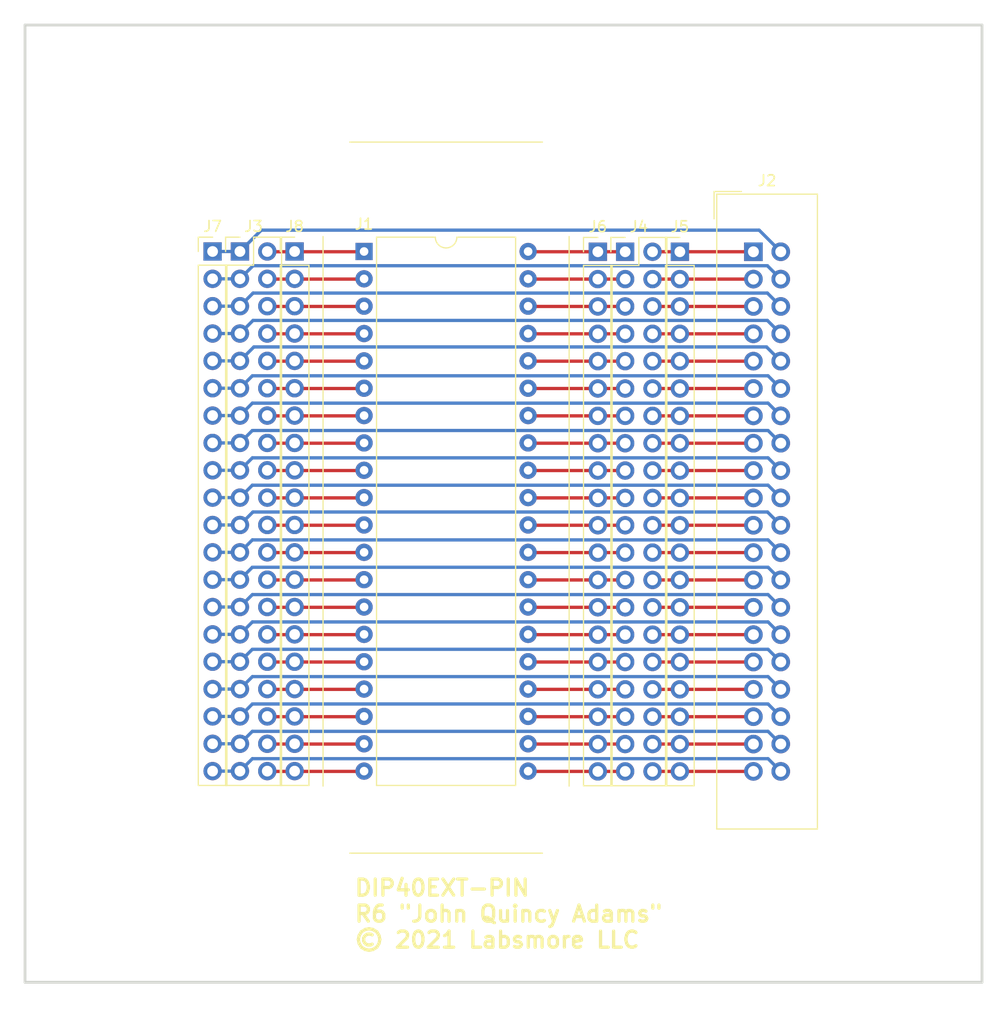
<source format=kicad_pcb>
(kicad_pcb (version 20210824) (generator pcbnew)
  (layers (0 "F.Cu" signal) (31 "B.Cu" signal) (34 "B.Paste" user) (35 "F.Paste" user) (36 "B.SilkS" user "B.Silkscreen") (37 "F.SilkS" user "F.Silkscreen") (38 "B.Mask" user) (39 "F.Mask" user) (44 "Edge.Cuts" user))
  (net 0 "")
  (net 1 "/P1")
  (net 2 "/P21")
  (net 3 "/P2")
  (net 4 "/P22")
  (net 5 "/P3")
  (net 6 "/P23")
  (net 7 "/P4")
  (net 8 "/P24")
  (net 9 "/P5")
  (net 10 "/P25")
  (net 11 "/P6")
  (net 12 "/P26")
  (net 13 "/P7")
  (net 14 "/P27")
  (net 15 "/P8")
  (net 16 "/P28")
  (net 17 "/P9")
  (net 18 "/P29")
  (net 19 "/P10")
  (net 20 "/P30")
  (net 21 "/P11")
  (net 22 "/P31")
  (net 23 "/P12")
  (net 24 "/P32")
  (net 25 "/P13")
  (net 26 "/P33")
  (net 27 "/P14")
  (net 28 "/P34")
  (net 29 "/P15")
  (net 30 "/P35")
  (net 31 "/P16")
  (net 32 "/P36")
  (net 33 "/P17")
  (net 34 "/P37")
  (net 35 "/P18")
  (net 36 "/P38")
  (net 37 "/P19")
  (net 38 "/P39")
  (net 39 "/P20")
  (net 40 "/P40")
  (net 41 "Net-(J1-Pad1)")
  (net 42 "Net-(J1-Pad21)")
  (net 43 "Net-(J1-Pad2)")
  (net 44 "Net-(J1-Pad22)")
  (net 45 "Net-(J1-Pad3)")
  (net 46 "Net-(J1-Pad23)")
  (net 47 "Net-(J1-Pad4)")
  (net 48 "Net-(J1-Pad24)")
  (net 49 "Net-(J1-Pad5)")
  (net 50 "Net-(J1-Pad25)")
  (net 51 "Net-(J1-Pad6)")
  (net 52 "Net-(J1-Pad26)")
  (net 53 "Net-(J1-Pad7)")
  (net 54 "Net-(J1-Pad27)")
  (net 55 "Net-(J1-Pad8)")
  (net 56 "Net-(J1-Pad28)")
  (net 57 "Net-(J1-Pad9)")
  (net 58 "Net-(J1-Pad29)")
  (net 59 "Net-(J1-Pad10)")
  (net 60 "Net-(J1-Pad30)")
  (net 61 "Net-(J1-Pad11)")
  (net 62 "Net-(J1-Pad31)")
  (net 63 "Net-(J1-Pad12)")
  (net 64 "Net-(J1-Pad32)")
  (net 65 "Net-(J1-Pad13)")
  (net 66 "Net-(J1-Pad33)")
  (net 67 "Net-(J1-Pad14)")
  (net 68 "Net-(J1-Pad34)")
  (net 69 "Net-(J1-Pad15)")
  (net 70 "Net-(J1-Pad35)")
  (net 71 "Net-(J1-Pad16)")
  (net 72 "Net-(J1-Pad36)")
  (net 73 "Net-(J1-Pad17)")
  (net 74 "Net-(J1-Pad37)")
  (net 75 "Net-(J1-Pad18)")
  (net 76 "Net-(J1-Pad38)")
  (net 77 "Net-(J1-Pad19)")
  (net 78 "Net-(J1-Pad39)")
  (net 79 "Net-(J1-Pad20)")
  (net 80 "Net-(J1-Pad40)")
  (footprint "lib:aries_40-6554-10_DIP-40_W15.24mm_ZIF" (layer "F.Cu") (at 56.895999 46.431201)
    (fp_text reference "J1")
    (fp_text value "ZIF")
  )
  (footprint "Mounting_Holes:MountingHole_8.4mm_M8" (layer "F.Cu") (at 31.75 31.75)
    (fp_text reference "MK1" hide)
    (fp_text value "Mounting_Hole")
  )
  (footprint "Mounting_Holes:MountingHole_8.4mm_M8" (layer "F.Cu") (at 107.95 31.75)
    (fp_text reference "MK4" hide)
    (fp_text value "Mounting_Hole")
  )
  (footprint "Mounting_Holes:MountingHole_8.4mm_M8" (layer "F.Cu") (at 31.75 107.95)
    (fp_text reference "MK9" hide)
    (fp_text value "Mounting_Hole")
  )
  (footprint "Mounting_Holes:MountingHole_8.4mm_M8" (layer "F.Cu") (at 107.95 107.95)
    (fp_text reference "MK12" hide)
    (fp_text value "Mounting_Hole")
  )
  (footprint "Connectors_IDC:IDC-Header_2x20_Pitch2.54mm_Straight" (layer "F.Cu") (at 93.065599 46.456601)
    (fp_text reference "J2")
    (fp_text value "IDC40")
  )
  (footprint "Pin_Headers:Pin_Header_Straight_2x20_Pitch2.54mm" (layer "F.Cu") (at 45.364399 46.431201)
    (fp_text reference "J3")
    (fp_text value "Conn_02x20_Odd_Even")
  )
  (footprint "Pin_Headers:Pin_Header_Straight_2x20_Pitch2.54mm" (layer "F.Cu") (at 81.152999 46.456601)
    (fp_text reference "J4")
    (fp_text value "Conn_02x20_Odd_Even")
  )
  (footprint "Connector_PinHeader_2.54mm:PinHeader_1x20_P2.54mm_Vertical" (layer "F.Cu") (at 50.444199 46.431201)
    (fp_text reference "J8")
    (fp_text value "01x20")
  )
  (footprint "Connector_PinHeader_2.54mm:PinHeader_1x20_P2.54mm_Vertical" (layer "F.Cu") (at 78.613399 46.456601)
    (fp_text reference "J6")
    (fp_text value "01x20")
  )
  (footprint "Connector_PinHeader_2.54mm:PinHeader_1x20_P2.54mm_Vertical" (layer "F.Cu") (at 42.824399 46.431201)
    (fp_text reference "J7")
    (fp_text value "01x20")
  )
  (footprint "Connector_PinHeader_2.54mm:PinHeader_1x20_P2.54mm_Vertical" (layer "F.Cu") (at 86.232599 46.456601)
    (fp_text reference "J5")
    (fp_text value "01x20")
  )
  (gr_line (start 114.3 25.4) (end 114.3 114.3) (layer "Edge.Cuts") (width 0.254))
  (gr_line (start 25.4 114.3) (end 114.3 114.3) (layer "Edge.Cuts") (width 0.254))
  (gr_line (start 25.4 25.4) (end 114.3 25.4) (layer "Edge.Cuts") (width 0.254))
  (gr_line (start 25.4 25.4) (end 25.4 114.3) (layer "Edge.Cuts") (width 0.254))
  (gr_text "DIP40EXT-PIN\nR6 {dblquote}John Quincy Adams{dblquote}\n© 2021 Labsmore LLC" (at 55.88 107.95) (layer "F.SilkS") (effects (font (size 1.5 1.5) (thickness 0.3)) (justify left)))
  (segment (start 42.824399 46.431201) (end 45.364399 46.431201) (width 0.3048) (layer "B.Cu") (net 1))
  (segment (start 93.598998 44.45) (end 47.3456 44.45) (width 0.3048) (layer "B.Cu") (net 1))
  (segment (start 47.3456 44.45) (end 45.364399 46.431201) (width 0.3048) (layer "B.Cu") (net 1))
  (segment (start 95.605599 46.456601) (end 93.598998 44.45) (width 0.3048) (layer "B.Cu") (net 1))
  (segment (start 83.692999 94.716601) (end 93.065599 94.716601) (width 0.3048) (layer "F.Cu") (net 2))
  (segment (start 46.583599 47.752001) (end 45.364399 48.971201) (width 0.3048) (layer "B.Cu") (net 3))
  (segment (start 94.360999 47.752001) (end 46.583599 47.752001) (width 0.3048) (layer "B.Cu") (net 3))
  (segment (start 42.824399 48.971201) (end 45.364399 48.971201) (width 0.3048) (layer "B.Cu") (net 3))
  (segment (start 94.360999 47.752001) (end 95.605599 48.996601) (width 0.3048) (layer "B.Cu") (net 3))
  (segment (start 83.692999 92.176601) (end 93.065599 92.176601) (width 0.3048) (layer "F.Cu") (net 4))
  (segment (start 42.824399 51.511201) (end 45.364399 51.511201) (width 0.3048) (layer "B.Cu") (net 5))
  (segment (start 46.583599 50.292001) (end 45.364399 51.511201) (width 0.3048) (layer "B.Cu") (net 5))
  (segment (start 94.360999 50.292001) (end 46.583599 50.292001) (width 0.3048) (layer "B.Cu") (net 5))
  (segment (start 95.605599 51.536601) (end 94.360999 50.292001) (width 0.3048) (layer "B.Cu") (net 5))
  (segment (start 83.692999 89.636601) (end 93.065599 89.636601) (width 0.3048) (layer "F.Cu") (net 6))
  (segment (start 42.824399 54.051201) (end 45.364399 54.051201) (width 0.3048) (layer "B.Cu") (net 7))
  (segment (start 46.583599 52.832001) (end 45.364399 54.051201) (width 0.3048) (layer "B.Cu") (net 7))
  (segment (start 95.605599 54.076601) (end 94.360999 52.832001) (width 0.3048) (layer "B.Cu") (net 7))
  (segment (start 94.360999 52.832001) (end 46.583599 52.832001) (width 0.3048) (layer "B.Cu") (net 7))
  (segment (start 83.692999 87.096601) (end 93.065599 87.096601) (width 0.3048) (layer "F.Cu") (net 8))
  (segment (start 94.284799 55.295801) (end 46.659799 55.295801) (width 0.3048) (layer "B.Cu") (net 9))
  (segment (start 46.659799 55.295801) (end 45.364399 56.591201) (width 0.3048) (layer "B.Cu") (net 9))
  (segment (start 95.605599 56.616601) (end 94.284799 55.295801) (width 0.3048) (layer "B.Cu") (net 9))
  (segment (start 42.824399 56.591201) (end 45.364399 56.591201) (width 0.3048) (layer "B.Cu") (net 9))
  (segment (start 83.692999 84.556601) (end 93.065599 84.556601) (width 0.3048) (layer "F.Cu") (net 10))
  (segment (start 42.824399 59.131201) (end 45.364399 59.131201) (width 0.3048) (layer "B.Cu") (net 11))
  (segment (start 95.605599 59.156601) (end 94.425398 57.9764) (width 0.3048) (layer "B.Cu") (net 11))
  (segment (start 46.5192 57.9764) (end 45.364399 59.131201) (width 0.3048) (layer "B.Cu") (net 11))
  (segment (start 94.425398 57.9764) (end 46.5192 57.9764) (width 0.3048) (layer "B.Cu") (net 11))
  (segment (start 83.692999 82.016601) (end 93.065599 82.016601) (width 0.3048) (layer "F.Cu") (net 12))
  (segment (start 46.5192 60.5164) (end 45.364399 61.671201) (width 0.3048) (layer "B.Cu") (net 13))
  (segment (start 95.605599 61.696601) (end 94.425398 60.5164) (width 0.3048) (layer "B.Cu") (net 13))
  (segment (start 42.824399 61.671201) (end 45.364399 61.671201) (width 0.3048) (layer "B.Cu") (net 13))
  (segment (start 94.425398 60.5164) (end 46.5192 60.5164) (width 0.3048) (layer "B.Cu") (net 13))
  (segment (start 83.692999 79.476601) (end 93.065599 79.476601) (width 0.3048) (layer "F.Cu") (net 14))
  (segment (start 46.5192 63.0564) (end 45.364399 64.211201) (width 0.3048) (layer "B.Cu") (net 15))
  (segment (start 95.605599 64.236601) (end 94.425398 63.0564) (width 0.3048) (layer "B.Cu") (net 15))
  (segment (start 42.824399 64.211201) (end 45.364399 64.211201) (width 0.3048) (layer "B.Cu") (net 15))
  (segment (start 94.425398 63.0564) (end 46.5192 63.0564) (width 0.3048) (layer "B.Cu") (net 15))
  (segment (start 83.692999 76.936601) (end 93.065599 76.936601) (width 0.3048) (layer "F.Cu") (net 16))
  (segment (start 95.605599 66.776601) (end 94.425398 65.5964) (width 0.3048) (layer "B.Cu") (net 17))
  (segment (start 46.5192 65.5964) (end 45.364399 66.751201) (width 0.3048) (layer "B.Cu") (net 17))
  (segment (start 42.824399 66.751201) (end 45.364399 66.751201) (width 0.3048) (layer "B.Cu") (net 17))
  (segment (start 94.425398 65.5964) (end 46.5192 65.5964) (width 0.3048) (layer "B.Cu") (net 17))
  (segment (start 83.692999 74.396601) (end 93.065599 74.396601) (width 0.3048) (layer "F.Cu") (net 18))
  (segment (start 42.824399 69.291201) (end 45.364399 69.291201) (width 0.3048) (layer "B.Cu") (net 19))
  (segment (start 46.5192 68.1364) (end 45.364399 69.291201) (width 0.3048) (layer "B.Cu") (net 19))
  (segment (start 94.425398 68.1364) (end 46.5192 68.1364) (width 0.3048) (layer "B.Cu") (net 19))
  (segment (start 95.605599 69.316601) (end 94.425398 68.1364) (width 0.3048) (layer "B.Cu") (net 19))
  (segment (start 83.692999 71.856601) (end 93.065599 71.856601) (width 0.3048) (layer "F.Cu") (net 20))
  (segment (start 46.5706 70.625) (end 45.364399 71.831201) (width 0.3048) (layer "B.Cu") (net 21))
  (segment (start 95.605599 71.856601) (end 94.373998 70.625) (width 0.3048) (layer "B.Cu") (net 21))
  (segment (start 42.824399 71.831201) (end 45.364399 71.831201) (width 0.3048) (layer "B.Cu") (net 21))
  (segment (start 94.373998 70.625) (end 46.5706 70.625) (width 0.3048) (layer "B.Cu") (net 21))
  (segment (start 83.692999 69.316601) (end 93.065599 69.316601) (width 0.3048) (layer "F.Cu") (net 22))
  (segment (start 42.824399 74.371201) (end 45.364399 74.371201) (width 0.3048) (layer "B.Cu") (net 23))
  (segment (start 46.5192 73.2164) (end 45.364399 74.371201) (width 0.3048) (layer "B.Cu") (net 23))
  (segment (start 94.425398 73.2164) (end 46.5192 73.2164) (width 0.3048) (layer "B.Cu") (net 23))
  (segment (start 95.605599 74.396601) (end 94.425398 73.2164) (width 0.3048) (layer "B.Cu") (net 23))
  (segment (start 83.692999 66.776601) (end 93.065599 66.776601) (width 0.3048) (layer "F.Cu") (net 24))
  (segment (start 46.5192 75.7564) (end 45.364399 76.911201) (width 0.3048) (layer "B.Cu") (net 25))
  (segment (start 94.425398 75.7564) (end 46.5192 75.7564) (width 0.3048) (layer "B.Cu") (net 25))
  (segment (start 95.605599 76.936601) (end 94.425398 75.7564) (width 0.3048) (layer "B.Cu") (net 25))
  (segment (start 42.824399 76.911201) (end 45.364399 76.911201) (width 0.3048) (layer "B.Cu") (net 25))
  (segment (start 83.692999 64.236601) (end 93.065599 64.236601) (width 0.3048) (layer "F.Cu") (net 26))
  (segment (start 94.425398 78.2964) (end 46.5192 78.2964) (width 0.3048) (layer "B.Cu") (net 27))
  (segment (start 95.605599 79.476601) (end 94.425398 78.2964) (width 0.3048) (layer "B.Cu") (net 27))
  (segment (start 42.824399 79.451201) (end 45.364399 79.451201) (width 0.3048) (layer "B.Cu") (net 27))
  (segment (start 46.5192 78.2964) (end 45.364399 79.451201) (width 0.3048) (layer "B.Cu") (net 27))
  (segment (start 83.692999 61.696601) (end 93.065599 61.696601) (width 0.3048) (layer "F.Cu") (net 28))
  (segment (start 95.605599 82.016601) (end 94.425398 80.8364) (width 0.3048) (layer "B.Cu") (net 29))
  (segment (start 94.425398 80.8364) (end 46.5192 80.8364) (width 0.3048) (layer "B.Cu") (net 29))
  (segment (start 46.5192 80.8364) (end 45.364399 81.991201) (width 0.3048) (layer "B.Cu") (net 29))
  (segment (start 42.824399 81.991201) (end 45.364399 81.991201) (width 0.3048) (layer "B.Cu") (net 29))
  (segment (start 83.692999 59.156601) (end 93.065599 59.156601) (width 0.3048) (layer "F.Cu") (net 30))
  (segment (start 42.824399 84.531201) (end 45.364399 84.531201) (width 0.3048) (layer "B.Cu") (net 31))
  (segment (start 46.5192 83.3764) (end 45.364399 84.531201) (width 0.3048) (layer "B.Cu") (net 31))
  (segment (start 95.605599 84.556601) (end 94.425398 83.3764) (width 0.3048) (layer "B.Cu") (net 31))
  (segment (start 94.425398 83.3764) (end 46.5192 83.3764) (width 0.3048) (layer "B.Cu") (net 31))
  (segment (start 83.692999 56.616601) (end 93.065599 56.616601) (width 0.3048) (layer "F.Cu") (net 32))
  (segment (start 42.824399 87.071201) (end 45.364399 87.071201) (width 0.3048) (layer "B.Cu") (net 33))
  (segment (start 94.425398 85.9164) (end 46.5192 85.9164) (width 0.3048) (layer "B.Cu") (net 33))
  (segment (start 46.5192 85.9164) (end 45.364399 87.071201) (width 0.3048) (layer "B.Cu") (net 33))
  (segment (start 95.605599 87.096601) (end 94.425398 85.9164) (width 0.3048) (layer "B.Cu") (net 33))
  (segment (start 83.692999 54.076601) (end 93.065599 54.076601) (width 0.3048) (layer "F.Cu") (net 34))
  (segment (start 95.605599 89.636601) (end 94.425398 88.4564) (width 0.3048) (layer "B.Cu") (net 35))
  (segment (start 94.425398 88.4564) (end 46.5192 88.4564) (width 0.3048) (layer "B.Cu") (net 35))
  (segment (start 46.5192 88.4564) (end 45.364399 89.611201) (width 0.3048) (layer "B.Cu") (net 35))
  (segment (start 42.824399 89.611201) (end 45.364399 89.611201) (width 0.3048) (layer "B.Cu") (net 35))
  (segment (start 83.692999 51.536601) (end 93.065599 51.536601) (width 0.3048) (layer "F.Cu") (net 36))
  (segment (start 94.425398 90.9964) (end 46.5192 90.9964) (width 0.3048) (layer "B.Cu") (net 37))
  (segment (start 95.605599 92.176601) (end 94.425398 90.9964) (width 0.3048) (layer "B.Cu") (net 37))
  (segment (start 46.5192 90.9964) (end 45.364399 92.151201) (width 0.3048) (layer "B.Cu") (net 37))
  (segment (start 42.824399 92.151201) (end 45.364399 92.151201) (width 0.3048) (layer "B.Cu") (net 37))
  (segment (start 83.692999 48.996601) (end 93.065599 48.996601) (width 0.3048) (layer "F.Cu") (net 38))
  (segment (start 46.5192 93.5364) (end 45.364399 94.691201) (width 0.3048) (layer "B.Cu") (net 39))
  (segment (start 94.425398 93.5364) (end 46.5192 93.5364) (width 0.3048) (layer "B.Cu") (net 39))
  (segment (start 42.824399 94.691201) (end 45.364399 94.691201) (width 0.3048) (layer "B.Cu") (net 39))
  (segment (start 95.605599 94.716601) (end 94.425398 93.5364) (width 0.3048) (layer "B.Cu") (net 39))
  (segment (start 83.692999 46.456601) (end 93.065599 46.456601) (width 0.3048) (layer "F.Cu") (net 40))
  (segment (start 47.904399 46.431201) (end 47.929799 46.456601) (width 0.3048) (layer "F.Cu") (net 41))
  (segment (start 56.870599 46.456601) (end 56.895999 46.431201) (width 0.3048) (layer "F.Cu") (net 41))
  (segment (start 47.929799 46.456601) (end 56.870599 46.456601) (width 0.3048) (layer "F.Cu") (net 41))
  (segment (start 72.135999 94.691201) (end 72.161399 94.716601) (width 0.3048) (layer "F.Cu") (net 42))
  (segment (start 72.161399 94.716601) (end 81.152999 94.716601) (width 0.3048) (layer "F.Cu") (net 42))
  (segment (start 47.904399 48.971201) (end 47.929799 48.996601) (width 0.3048) (layer "F.Cu") (net 43))
  (segment (start 56.870599 48.996601) (end 56.895999 48.971201) (width 0.3048) (layer "F.Cu") (net 43))
  (segment (start 47.929799 48.996601) (end 56.870599 48.996601) (width 0.3048) (layer "F.Cu") (net 43))
  (segment (start 72.135999 92.151201) (end 72.161399 92.176601) (width 0.3048) (layer "F.Cu") (net 44))
  (segment (start 72.161399 92.176601) (end 81.152999 92.176601) (width 0.3048) (layer "F.Cu") (net 44))
  (segment (start 47.904399 51.511201) (end 47.929799 51.536601) (width 0.3048) (layer "F.Cu") (net 45))
  (segment (start 56.870599 51.536601) (end 56.895999 51.511201) (width 0.3048) (layer "F.Cu") (net 45))
  (segment (start 47.929799 51.536601) (end 56.870599 51.536601) (width 0.3048) (layer "F.Cu") (net 45))
  (segment (start 72.161399 89.636601) (end 81.152999 89.636601) (width 0.3048) (layer "F.Cu") (net 46))
  (segment (start 72.135999 89.611201) (end 72.161399 89.636601) (width 0.3048) (layer "F.Cu") (net 46))
  (segment (start 56.870599 54.076601) (end 56.895999 54.051201) (width 0.3048) (layer "F.Cu") (net 47))
  (segment (start 47.904399 54.051201) (end 47.929799 54.076601) (width 0.3048) (layer "F.Cu") (net 47))
  (segment (start 47.929799 54.076601) (end 56.870599 54.076601) (width 0.3048) (layer "F.Cu") (net 47))
  (segment (start 72.161399 87.096601) (end 81.152999 87.096601) (width 0.3048) (layer "F.Cu") (net 48))
  (segment (start 72.135999 87.071201) (end 72.161399 87.096601) (width 0.3048) (layer "F.Cu") (net 48))
  (segment (start 47.904399 56.591201) (end 47.929799 56.616601) (width 0.3048) (layer "F.Cu") (net 49))
  (segment (start 47.929799 56.616601) (end 56.870599 56.616601) (width 0.3048) (layer "F.Cu") (net 49))
  (segment (start 56.870599 56.616601) (end 56.895999 56.591201) (width 0.3048) (layer "F.Cu") (net 49))
  (segment (start 72.135999 84.531201) (end 72.161399 84.556601) (width 0.3048) (layer "F.Cu") (net 50))
  (segment (start 72.161399 84.556601) (end 81.152999 84.556601) (width 0.3048) (layer "F.Cu") (net 50))
  (segment (start 47.904399 59.131201) (end 47.929799 59.156601) (width 0.3048) (layer "F.Cu") (net 51))
  (segment (start 56.870599 59.156601) (end 56.895999 59.131201) (width 0.3048) (layer "F.Cu") (net 51))
  (segment (start 47.929799 59.156601) (end 56.870599 59.156601) (width 0.3048) (layer "F.Cu") (net 51))
  (segment (start 72.135999 81.991201) (end 72.161399 82.016601) (width 0.3048) (layer "F.Cu") (net 52))
  (segment (start 72.161399 82.016601) (end 81.152999 82.016601) (width 0.3048) (layer "F.Cu") (net 52))
  (segment (start 47.929799 61.696601) (end 56.870599 61.696601) (width 0.3048) (layer "F.Cu") (net 53))
  (segment (start 47.904399 61.671201) (end 47.929799 61.696601) (width 0.3048) (layer "F.Cu") (net 53))
  (segment (start 56.870599 61.696601) (end 56.895999 61.671201) (width 0.3048) (layer "F.Cu") (net 53))
  (segment (start 72.161399 79.476601) (end 81.152999 79.476601) (width 0.3048) (layer "F.Cu") (net 54))
  (segment (start 72.135999 79.451201) (end 72.161399 79.476601) (width 0.3048) (layer "F.Cu") (net 54))
  (segment (start 47.929799 64.236601) (end 56.870599 64.236601) (width 0.3048) (layer "F.Cu") (net 55))
  (segment (start 47.904399 64.211201) (end 47.929799 64.236601) (width 0.3048) (layer "F.Cu") (net 55))
  (segment (start 56.870599 64.236601) (end 56.895999 64.211201) (width 0.3048) (layer "F.Cu") (net 55))
  (segment (start 72.161399 76.936601) (end 81.152999 76.936601) (width 0.3048) (layer "F.Cu") (net 56))
  (segment (start 72.135999 76.911201) (end 72.161399 76.936601) (width 0.3048) (layer "F.Cu") (net 56))
  (segment (start 47.929799 66.776601) (end 56.870599 66.776601) (width 0.3048) (layer "F.Cu") (net 57))
  (segment (start 47.904399 66.751201) (end 47.929799 66.776601) (width 0.3048) (layer "F.Cu") (net 57))
  (segment (start 56.870599 66.776601) (end 56.895999 66.751201) (width 0.3048) (layer "F.Cu") (net 57))
  (segment (start 72.161399 74.396601) (end 81.152999 74.396601) (width 0.3048) (layer "F.Cu") (net 58))
  (segment (start 72.135999 74.371201) (end 72.161399 74.396601) (width 0.3048) (layer "F.Cu") (net 58))
  (segment (start 56.870599 69.316601) (end 56.895999 69.291201) (width 0.3048) (layer "F.Cu") (net 59))
  (segment (start 47.904399 69.291201) (end 47.929799 69.316601) (width 0.3048) (layer "F.Cu") (net 59))
  (segment (start 47.929799 69.316601) (end 56.870599 69.316601) (width 0.3048) (layer "F.Cu") (net 59))
  (segment (start 72.135999 71.831201) (end 72.161399 71.856601) (width 0.3048) (layer "F.Cu") (net 60))
  (segment (start 72.161399 71.856601) (end 81.152999 71.856601) (width 0.3048) (layer "F.Cu") (net 60))
  (segment (start 56.870599 71.856601) (end 56.895999 71.831201) (width 0.3048) (layer "F.Cu") (net 61))
  (segment (start 47.904399 71.831201) (end 47.929799 71.856601) (width 0.3048) (layer "F.Cu") (net 61))
  (segment (start 47.929799 71.856601) (end 56.870599 71.856601) (width 0.3048) (layer "F.Cu") (net 61))
  (segment (start 72.135999 69.291201) (end 72.161399 69.316601) (width 0.3048) (layer "F.Cu") (net 62))
  (segment (start 72.161399 69.316601) (end 81.152999 69.316601) (width 0.3048) (layer "F.Cu") (net 62))
  (segment (start 47.904399 74.371201) (end 47.929799 74.396601) (width 0.3048) (layer "F.Cu") (net 63))
  (segment (start 47.929799 74.396601) (end 56.870599 74.396601) (width 0.3048) (layer "F.Cu") (net 63))
  (segment (start 56.870599 74.396601) (end 56.895999 74.371201) (width 0.3048) (layer "F.Cu") (net 63))
  (segment (start 72.135999 66.751201) (end 72.161399 66.776601) (width 0.3048) (layer "F.Cu") (net 64))
  (segment (start 72.161399 66.776601) (end 81.152999 66.776601) (width 0.3048) (layer "F.Cu") (net 64))
  (segment (start 47.929799 76.936601) (end 56.870599 76.936601) (width 0.3048) (layer "F.Cu") (net 65))
  (segment (start 47.904399 76.911201) (end 47.929799 76.936601) (width 0.3048) (layer "F.Cu") (net 65))
  (segment (start 56.870599 76.936601) (end 56.895999 76.911201) (width 0.3048) (layer "F.Cu") (net 65))
  (segment (start 72.135999 64.211201) (end 72.161399 64.236601) (width 0.3048) (layer "F.Cu") (net 66))
  (segment (start 72.161399 64.236601) (end 81.152999 64.236601) (width 0.3048) (layer "F.Cu") (net 66))
  (segment (start 56.870599 79.476601) (end 56.895999 79.451201) (width 0.3048) (layer "F.Cu") (net 67))
  (segment (start 47.904399 79.451201) (end 47.929799 79.476601) (width 0.3048) (layer "F.Cu") (net 67))
  (segment (start 47.929799 79.476601) (end 56.870599 79.476601) (width 0.3048) (layer "F.Cu") (net 67))
  (segment (start 72.135999 61.671201) (end 72.161399 61.696601) (width 0.3048) (layer "F.Cu") (net 68))
  (segment (start 72.161399 61.696601) (end 81.152999 61.696601) (width 0.3048) (layer "F.Cu") (net 68))
  (segment (start 47.904399 81.991201) (end 47.929799 82.016601) (width 0.3048) (layer "F.Cu") (net 69))
  (segment (start 47.929799 82.016601) (end 56.870599 82.016601) (width 0.3048) (layer "F.Cu") (net 69))
  (segment (start 56.870599 82.016601) (end 56.895999 81.991201) (width 0.3048) (layer "F.Cu") (net 69))
  (segment (start 72.161399 59.156601) (end 81.152999 59.156601) (width 0.3048) (layer "F.Cu") (net 70))
  (segment (start 72.135999 59.131201) (end 72.161399 59.156601) (width 0.3048) (layer "F.Cu") (net 70))
  (segment (start 56.870599 84.556601) (end 56.895999 84.531201) (width 0.3048) (layer "F.Cu") (net 71))
  (segment (start 47.929799 84.556601) (end 56.870599 84.556601) (width 0.3048) (layer "F.Cu") (net 71))
  (segment (start 47.904399 84.531201) (end 47.929799 84.556601) (width 0.3048) (layer "F.Cu") (net 71))
  (segment (start 72.135999 56.591201) (end 72.161399 56.616601) (width 0.3048) (layer "F.Cu") (net 72))
  (segment (start 72.161399 56.616601) (end 81.152999 56.616601) (width 0.3048) (layer "F.Cu") (net 72))
  (segment (start 56.870599 87.096601) (end 56.895999 87.071201) (width 0.3048) (layer "F.Cu") (net 73))
  (segment (start 47.904399 87.071201) (end 47.929799 87.096601) (width 0.3048) (layer "F.Cu") (net 73))
  (segment (start 47.929799 87.096601) (end 56.870599 87.096601) (width 0.3048) (layer "F.Cu") (net 73))
  (segment (start 72.135999 54.051201) (end 72.161399 54.076601) (width 0.3048) (layer "F.Cu") (net 74))
  (segment (start 72.161399 54.076601) (end 81.152999 54.076601) (width 0.3048) (layer "F.Cu") (net 74))
  (segment (start 47.904399 89.611201) (end 47.929799 89.636601) (width 0.3048) (layer "F.Cu") (net 75))
  (segment (start 47.929799 89.636601) (end 56.870599 89.636601) (width 0.3048) (layer "F.Cu") (net 75))
  (segment (start 56.870599 89.636601) (end 56.895999 89.611201) (width 0.3048) (layer "F.Cu") (net 75))
  (segment (start 72.135999 51.511201) (end 72.161399 51.536601) (width 0.3048) (layer "F.Cu") (net 76))
  (segment (start 72.161399 51.536601) (end 81.152999 51.536601) (width 0.3048) (layer "F.Cu") (net 76))
  (segment (start 56.870599 92.176601) (end 56.895999 92.151201) (width 0.3048) (layer "F.Cu") (net 77))
  (segment (start 47.929799 92.176601) (end 56.870599 92.176601) (width 0.3048) (layer "F.Cu") (net 77))
  (segment (start 47.904399 92.151201) (end 47.929799 92.176601) (width 0.3048) (layer "F.Cu") (net 77))
  (segment (start 72.135999 48.971201) (end 72.161399 48.996601) (width 0.3048) (layer "F.Cu") (net 78))
  (segment (start 72.161399 48.996601) (end 81.152999 48.996601) (width 0.3048) (layer "F.Cu") (net 78))
  (segment (start 56.870599 94.716601) (end 56.895999 94.691201) (width 0.3048) (layer "F.Cu") (net 79))
  (segment (start 47.904399 94.691201) (end 47.929799 94.716601) (width 0.3048) (layer "F.Cu") (net 79))
  (segment (start 47.929799 94.716601) (end 56.870599 94.716601) (width 0.3048) (layer "F.Cu") (net 79))
  (segment (start 72.161399 46.456601) (end 81.152999 46.456601) (width 0.3048) (layer "F.Cu") (net 80))
  (segment (start 72.135999 46.431201) (end 72.161399 46.456601) (width 0.3048) (layer "F.Cu") (net 80))
)
</source>
